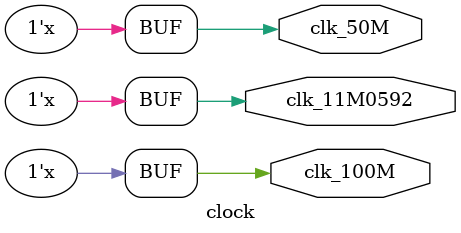
<source format=v>
`timescale 1ps / 1ps

module clock (
    output reg clk_50M,
    output reg clk_11M0592,
    output reg clk_100M
);

initial begin
    clk_50M = 0;
    clk_11M0592 = 0;
    clk_100M = 0;
end

always #(90422/2) clk_11M0592 = ~clk_11M0592;
always #(20000/2) clk_50M = ~clk_50M;
always #(10000/2) clk_100M = ~clk_100M;

endmodule

</source>
